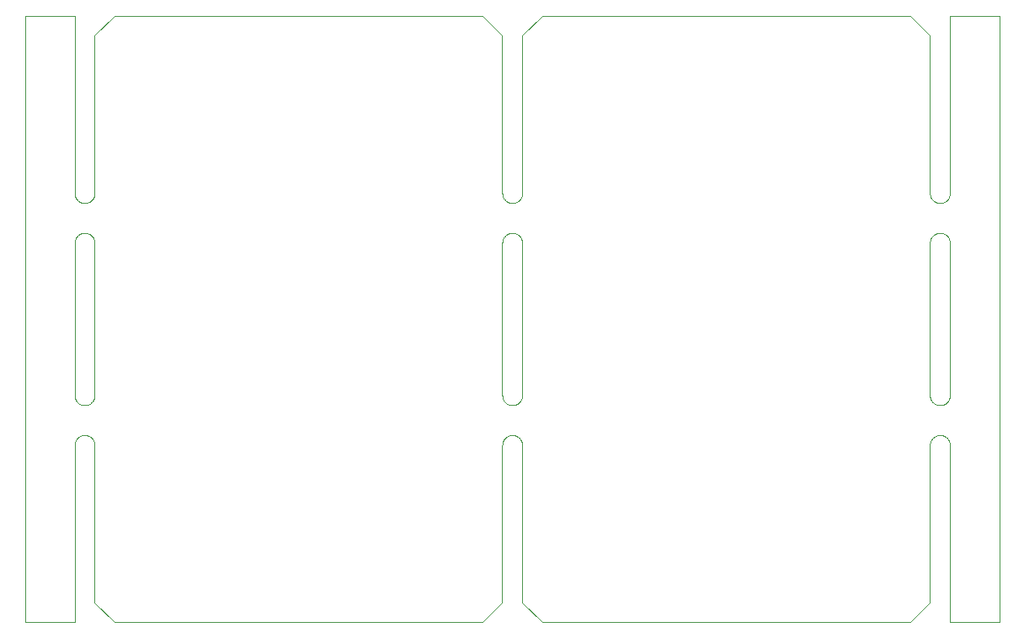
<source format=gbr>
%TF.GenerationSoftware,KiCad,Pcbnew,(6.0.5)*%
%TF.CreationDate,2022-06-07T03:25:40-04:00*%
%TF.ProjectId,NoU2-panelized,4e6f5532-2d70-4616-9e65-6c697a65642e,rev?*%
%TF.SameCoordinates,Original*%
%TF.FileFunction,Profile,NP*%
%FSLAX46Y46*%
G04 Gerber Fmt 4.6, Leading zero omitted, Abs format (unit mm)*
G04 Created by KiCad (PCBNEW (6.0.5)) date 2022-06-07 03:25:40*
%MOMM*%
%LPD*%
G01*
G04 APERTURE LIST*
%TA.AperFunction,Profile*%
%ADD10C,0.100000*%
%TD*%
G04 APERTURE END LIST*
D10*
X65000000Y-37823456D02*
X65000000Y-53176543D01*
X64599740Y-57361493D02*
X64638047Y-57391388D01*
X20844737Y-57177384D02*
X20892963Y-57171436D01*
X106481039Y-33692482D02*
X106439987Y-33666485D01*
X63481039Y-36974184D02*
X63523318Y-36950233D01*
X106749450Y-33803661D02*
X106702619Y-33790701D01*
X20116900Y-53643348D02*
X20095053Y-53599944D01*
X20702619Y-54124034D02*
X20656480Y-54108792D01*
X107297380Y-36875965D02*
X107343519Y-36891207D01*
X106566721Y-57261719D02*
X106611144Y-57242028D01*
X106941423Y-33832137D02*
X106892963Y-33828563D01*
X63166847Y-53726679D02*
X63140851Y-53685626D01*
X21674841Y-37089793D02*
X21710033Y-37123299D01*
X64957368Y-37535952D02*
X64970328Y-37582783D01*
X64995229Y-37726296D02*
X64998804Y-37774756D01*
X20566721Y-36928386D02*
X20611144Y-36908695D01*
X21883099Y-53643348D02*
X21859148Y-53685626D01*
X20611144Y-33757971D02*
X20566721Y-33738280D01*
X21775278Y-53804714D02*
X21743539Y-53841508D01*
X63029671Y-37582783D02*
X63042631Y-37535952D01*
X67000625Y-75999132D02*
X103987727Y-76000000D01*
X63004770Y-58059629D02*
X63010718Y-58011403D01*
X21980974Y-53369805D02*
X21970328Y-53417216D01*
X20000000Y-32843210D02*
X19999440Y-15006917D01*
X64904946Y-37400055D02*
X64924637Y-37444477D01*
X64743539Y-53841508D02*
X64710033Y-53876700D01*
X21775278Y-57528619D02*
X21805173Y-57566926D01*
X64957368Y-53464047D02*
X64942125Y-53510186D01*
X60987727Y-76000000D02*
X60999828Y-75998944D01*
X20892963Y-54161896D02*
X20844737Y-54155948D01*
X21775278Y-37195285D02*
X21805173Y-37233592D01*
X20116900Y-37356651D02*
X20140851Y-37314373D01*
X106844737Y-36844051D02*
X106892963Y-36838103D01*
X64805173Y-33433073D02*
X64775278Y-33471380D01*
X63010718Y-58011403D02*
X63019025Y-57963527D01*
X63001195Y-58108089D02*
X63004770Y-58059629D01*
X20325158Y-57423127D02*
X20361952Y-57391388D01*
X107833152Y-33393346D02*
X107805173Y-33433073D01*
X106010718Y-58011403D02*
X106019025Y-57963527D01*
X20844737Y-33822615D02*
X20796861Y-33814307D01*
X64924637Y-53555522D02*
X64904946Y-53599944D01*
X20611144Y-57242028D02*
X20656480Y-57224540D01*
X107859148Y-37314373D02*
X107883099Y-37356651D01*
X63095053Y-53599944D02*
X63075362Y-53555522D01*
X107998804Y-37774756D02*
X108000000Y-37823456D01*
X107805173Y-37233592D02*
X107833152Y-37273320D01*
X107599740Y-57361493D02*
X107638047Y-57391388D01*
X106019025Y-37630194D02*
X106029671Y-37582783D01*
X21970328Y-37582783D02*
X21980974Y-37630194D01*
X106140851Y-37314373D02*
X106166847Y-37273320D01*
X20361952Y-37058055D02*
X20400259Y-37028160D01*
X63941423Y-33832137D02*
X63892963Y-33828563D01*
X21833152Y-37273320D02*
X21859148Y-37314373D01*
X63844737Y-54155948D02*
X63796861Y-54147641D01*
X20029671Y-37582783D02*
X20042631Y-37535952D01*
X106796861Y-54147641D02*
X106749450Y-54136994D01*
X106095053Y-37400055D02*
X106116900Y-37356651D01*
X20010718Y-37678070D02*
X20019025Y-37630194D01*
X64924637Y-37444477D02*
X64942125Y-37489813D01*
X20057874Y-37489813D02*
X20075362Y-37444477D01*
X107989281Y-32988596D02*
X107980974Y-33036472D01*
X106140851Y-57647706D02*
X106166847Y-57606653D01*
X21058576Y-57167862D02*
X21107036Y-57171436D01*
X20075362Y-37444477D02*
X20095053Y-37400055D01*
X107904946Y-57733388D02*
X107924637Y-57777811D01*
X19987727Y-15000000D02*
X15012272Y-15000000D01*
X21833152Y-33393346D02*
X21805173Y-33433073D01*
X107297380Y-57209298D02*
X107343519Y-57224540D01*
X106481039Y-54025815D02*
X106439987Y-53999819D01*
X63289966Y-33543366D02*
X63256460Y-33508174D01*
X107995229Y-37726296D02*
X107998804Y-37774756D01*
X63042631Y-37535952D02*
X63057874Y-37489813D01*
X64859148Y-37314373D02*
X64883099Y-37356651D01*
X21203138Y-36852358D02*
X21250549Y-36863005D01*
X21883099Y-33310014D02*
X21859148Y-33352293D01*
X64009877Y-33833333D02*
X63941423Y-33832137D01*
X106990122Y-57166666D02*
X107058576Y-57167862D01*
X64433278Y-33738280D02*
X64388855Y-33757971D01*
X106166847Y-37273320D02*
X106194826Y-37233592D01*
X64805173Y-57566926D02*
X64833152Y-57606653D01*
X107297380Y-54124034D02*
X107250549Y-54136994D01*
X21560012Y-33666485D02*
X21518960Y-33692482D01*
X106256460Y-53841508D02*
X106224721Y-53804714D01*
X63116900Y-57689985D02*
X63140851Y-57647706D01*
X106256460Y-37158491D02*
X106289966Y-37123299D01*
X64388855Y-33757971D02*
X64343519Y-33775459D01*
X21904946Y-37400055D02*
X21924637Y-37444477D01*
X107970328Y-33083882D02*
X107957368Y-33130714D01*
X21476681Y-54049766D02*
X21433278Y-54071613D01*
X64107036Y-36838103D02*
X64155262Y-36844051D01*
X21970328Y-57916117D02*
X21980974Y-57963527D01*
X107775278Y-53804714D02*
X107743539Y-53841508D01*
X107155262Y-57177384D02*
X107203138Y-57185692D01*
X20400259Y-33638506D02*
X20361952Y-33608611D01*
X64904946Y-53599944D02*
X64883099Y-53643348D01*
X21957368Y-33130714D02*
X21942125Y-33176853D01*
X64674841Y-53910206D02*
X64638047Y-53941944D01*
X63439987Y-33666485D02*
X63400259Y-33638506D01*
X20004770Y-53273703D02*
X20001195Y-53225243D01*
X107518960Y-54025815D02*
X107476681Y-54049766D01*
X63019025Y-57963527D02*
X63029671Y-57916117D01*
X20566721Y-57261719D02*
X20611144Y-57242028D01*
X20042631Y-53464047D02*
X20029671Y-53417216D01*
X64995229Y-32940370D02*
X64989281Y-32988596D01*
X106075362Y-37444477D02*
X106095053Y-37400055D01*
X63990122Y-57166666D02*
X64058576Y-57167862D01*
X21743539Y-37158491D02*
X21775278Y-37195285D01*
X15012272Y-76000000D02*
X19987727Y-76000000D01*
X107743539Y-53841508D02*
X107710033Y-53876700D01*
X62999655Y-17002514D02*
X62997685Y-16998071D01*
X20042631Y-33130714D02*
X20029671Y-33083882D01*
X107560012Y-57333514D02*
X107599740Y-57361493D01*
X64674841Y-33576872D02*
X64638047Y-33608611D01*
X107638047Y-53941944D02*
X107599740Y-53971839D01*
X20749450Y-54136994D02*
X20702619Y-54124034D01*
X64518960Y-36974184D02*
X64560012Y-37000180D01*
X20439987Y-57333514D02*
X20481039Y-57307517D01*
X106000000Y-32843210D02*
X105999655Y-17002514D01*
X64058576Y-57167862D02*
X64107036Y-57171436D01*
X106095053Y-53599944D02*
X106075362Y-53555522D01*
X20892963Y-33828563D02*
X20844737Y-33822615D01*
X107710033Y-53876700D02*
X107674841Y-53910206D01*
X21343519Y-36891207D02*
X21388855Y-36908695D01*
X63004770Y-53273703D02*
X63001195Y-53225243D01*
X21674841Y-53910206D02*
X21638047Y-53941944D01*
X107599740Y-53971839D02*
X107560012Y-53999819D01*
X20075362Y-57777811D02*
X20095053Y-57733388D01*
X21203138Y-33814307D02*
X21155262Y-33822615D01*
X107998804Y-58108089D02*
X108000000Y-58156789D01*
X20749450Y-36863005D02*
X20796861Y-36852358D01*
X15000000Y-75987727D02*
X15000912Y-75993997D01*
X63000000Y-32843210D02*
X62999655Y-17002514D01*
X64518960Y-54025815D02*
X64476681Y-54049766D01*
X20166847Y-53726679D02*
X20140851Y-53685626D01*
X107980974Y-53369805D02*
X107970328Y-53417216D01*
X20000000Y-37823456D02*
X20001195Y-37774756D01*
X20481039Y-33692482D02*
X20439987Y-33666485D01*
X107388855Y-54091304D02*
X107343519Y-54108792D01*
X107989281Y-58011403D02*
X107995229Y-58059629D01*
X21710033Y-53876700D02*
X21674841Y-53910206D01*
X62991322Y-74008677D02*
X62997685Y-74001928D01*
X107957368Y-53464047D02*
X107942125Y-53510186D01*
X22000000Y-53176543D02*
X21998804Y-53225243D01*
X106844737Y-57177384D02*
X106892963Y-57171436D01*
X106523318Y-57283567D02*
X106566721Y-57261719D01*
X21904946Y-33266611D02*
X21883099Y-33310014D01*
X65008677Y-74008677D02*
X66991322Y-75991322D01*
X67000171Y-15001055D02*
X65008677Y-16991322D01*
X21942125Y-33176853D02*
X21924637Y-33222188D01*
X63749450Y-54136994D02*
X63702619Y-54124034D01*
X21638047Y-57391388D02*
X21674841Y-57423127D01*
X63095053Y-33266611D02*
X63075362Y-33222188D01*
X21989281Y-58011403D02*
X21995229Y-58059629D01*
X107998804Y-32891910D02*
X107995229Y-32940370D01*
X106289966Y-37123299D02*
X106325158Y-37089793D01*
X106702619Y-36875965D02*
X106749450Y-36863005D01*
X19987727Y-76000000D02*
X19994874Y-75998646D01*
X21980974Y-57963527D02*
X21989281Y-58011403D01*
X107859148Y-33352293D02*
X107833152Y-33393346D01*
X64970328Y-57916117D02*
X64980974Y-57963527D01*
X106001195Y-53225243D02*
X106000000Y-53176543D01*
X20361952Y-53941944D02*
X20325158Y-53910206D01*
X113000000Y-15012272D02*
X112999087Y-15006002D01*
X65000000Y-32843210D02*
X64998804Y-32891910D01*
X20656480Y-36891207D02*
X20702619Y-36875965D01*
X64250549Y-36863005D02*
X64297380Y-36875965D01*
X107343519Y-54108792D02*
X107297380Y-54124034D01*
X63289966Y-57456633D02*
X63325158Y-57423127D01*
X21155262Y-57177384D02*
X21203138Y-57185692D01*
X105999655Y-73997485D02*
X106000000Y-58156789D01*
X63019025Y-53369805D02*
X63010718Y-53321929D01*
X64995229Y-58059629D02*
X64998804Y-58108089D01*
X21998804Y-32891910D02*
X21995229Y-32940370D01*
X21433278Y-57261719D02*
X21476681Y-57283567D01*
X106481039Y-36974184D02*
X106523318Y-36950233D01*
X20042631Y-37535952D02*
X20057874Y-37489813D01*
X21957368Y-57869285D02*
X21970328Y-57916117D01*
X15006917Y-15000559D02*
X15003159Y-15002811D01*
X21942125Y-53510186D02*
X21924637Y-53555522D01*
X106001195Y-37774756D02*
X106004770Y-37726296D01*
X66991322Y-75991322D02*
X67000625Y-75999132D01*
X20439987Y-33666485D02*
X20400259Y-33638506D01*
X64710033Y-57456633D02*
X64743539Y-57491825D01*
X106702619Y-57209298D02*
X106749450Y-57196338D01*
X21638047Y-33608611D02*
X21599740Y-33638506D01*
X107710033Y-33543366D02*
X107674841Y-33576872D01*
X20000000Y-53176543D02*
X20000000Y-37823456D01*
X107250549Y-33803661D02*
X107203138Y-33814307D01*
X20844737Y-54155948D02*
X20796861Y-54147641D01*
X64560012Y-57333514D02*
X64599740Y-57361493D01*
X107009877Y-36833333D02*
X107058576Y-36834528D01*
X21518960Y-33692482D02*
X21476681Y-33716432D01*
X64743539Y-37158491D02*
X64775278Y-37195285D01*
X107743539Y-57491825D02*
X107775278Y-57528619D01*
X63361952Y-33608611D02*
X63325158Y-33576872D01*
X107433278Y-36928386D02*
X107476681Y-36950233D01*
X108012272Y-76000000D02*
X112987727Y-76000000D01*
X64989281Y-58011403D02*
X64995229Y-58059629D01*
X21970328Y-33083882D02*
X21957368Y-33130714D01*
X106140851Y-53685626D02*
X106116900Y-53643348D01*
X107674841Y-57423127D02*
X107710033Y-57456633D01*
X64970328Y-33083882D02*
X64957368Y-33130714D01*
X64518960Y-33692482D02*
X64476681Y-33716432D01*
X106001195Y-58108089D02*
X106004770Y-58059629D01*
X106439987Y-57333514D02*
X106481039Y-57307517D01*
X20095053Y-33266611D02*
X20075362Y-33222188D01*
X63029671Y-57916117D02*
X63042631Y-57869285D01*
X107155262Y-54155948D02*
X107107036Y-54161896D01*
X20001195Y-53225243D02*
X20000000Y-53176543D01*
X107980974Y-37630194D02*
X107989281Y-37678070D01*
X107833152Y-53726679D02*
X107805173Y-53766407D01*
X64388855Y-36908695D02*
X64433278Y-36928386D01*
X106289966Y-57456633D02*
X106325158Y-57423127D01*
X20010718Y-58011403D02*
X20019025Y-57963527D01*
X64250549Y-33803661D02*
X64203138Y-33814307D01*
X108012272Y-15000000D02*
X108005125Y-15001353D01*
X20224721Y-53804714D02*
X20194826Y-53766407D01*
X64518960Y-57307517D02*
X64560012Y-57333514D01*
X20941423Y-57167862D02*
X20990122Y-57166666D01*
X20194826Y-53766407D02*
X20166847Y-53726679D01*
X64250549Y-57196338D02*
X64297380Y-57209298D01*
X64942125Y-37489813D02*
X64957368Y-37535952D01*
X20000000Y-58156789D02*
X20001195Y-58108089D01*
X63140851Y-37314373D02*
X63166847Y-37273320D01*
X63656480Y-33775459D02*
X63611144Y-33757971D01*
X64343519Y-54108792D02*
X64297380Y-54124034D01*
X20116900Y-33310014D02*
X20095053Y-33266611D01*
X106702619Y-33790701D02*
X106656480Y-33775459D01*
X63481039Y-33692482D02*
X63439987Y-33666485D01*
X22000000Y-37823456D02*
X22000000Y-53176543D01*
X106702619Y-54124034D02*
X106656480Y-54108792D01*
X106400259Y-33638506D02*
X106361952Y-33608611D01*
X107250549Y-54136994D02*
X107203138Y-54147641D01*
X21904946Y-53599944D02*
X21883099Y-53643348D01*
X20010718Y-32988596D02*
X20004770Y-32940370D01*
X107995229Y-53273703D02*
X107989281Y-53321929D01*
X21107036Y-33828563D02*
X21058576Y-33832137D01*
X63000000Y-58156789D02*
X63001195Y-58108089D01*
X21155262Y-54155948D02*
X21107036Y-54161896D01*
X112999087Y-15006002D02*
X112995295Y-15001605D01*
X107518960Y-57307517D02*
X107560012Y-57333514D01*
X106566721Y-33738280D02*
X106523318Y-33716432D01*
X65000344Y-17002514D02*
X65000000Y-32843210D01*
X103987727Y-76000000D02*
X103999828Y-75998944D01*
X63400259Y-53971839D02*
X63361952Y-53941944D01*
X106116900Y-37356651D02*
X106140851Y-37314373D01*
X107560012Y-33666485D02*
X107518960Y-33692482D01*
X21388855Y-57242028D02*
X21433278Y-57261719D01*
X63004770Y-37726296D02*
X63010718Y-37678070D01*
X63224721Y-57528619D02*
X63256460Y-57491825D01*
X20029671Y-53417216D02*
X20019025Y-53369805D01*
X106019025Y-53369805D02*
X106010718Y-53321929D01*
X106166847Y-33393346D02*
X106140851Y-33352293D01*
X20166847Y-57606653D02*
X20194826Y-57566926D01*
X63796861Y-33814307D02*
X63749450Y-33803661D01*
X63611144Y-33757971D02*
X63566721Y-33738280D01*
X63057874Y-57823146D02*
X63075362Y-57777811D01*
X107775278Y-57528619D02*
X107805173Y-57566926D01*
X20361952Y-57391388D02*
X20400259Y-57361493D01*
X64989281Y-53321929D02*
X64980974Y-53369805D01*
X106844737Y-33822615D02*
X106796861Y-33814307D01*
X64998804Y-32891910D02*
X64995229Y-32940370D01*
X63194826Y-53766407D02*
X63166847Y-53726679D01*
X20256460Y-57491825D02*
X20289966Y-57456633D01*
X63042631Y-33130714D02*
X63029671Y-33083882D01*
X20224721Y-37195285D02*
X20256460Y-37158491D01*
X19994874Y-75998646D02*
X19999440Y-75993082D01*
X64743539Y-33508174D02*
X64710033Y-33543366D01*
X21904946Y-57733388D02*
X21924637Y-57777811D01*
X20400259Y-53971839D02*
X20361952Y-53941944D01*
X112987727Y-76000000D02*
X112993997Y-75999087D01*
X21250549Y-36863005D02*
X21297380Y-36875965D01*
X21433278Y-54071613D02*
X21388855Y-54091304D01*
X106042631Y-33130714D02*
X106029671Y-33083882D01*
X106166847Y-57606653D02*
X106194826Y-57566926D01*
X106611144Y-33757971D02*
X106566721Y-33738280D01*
X20702619Y-33790701D02*
X20656480Y-33775459D01*
X65000000Y-58156789D02*
X65000344Y-73997485D01*
X63749450Y-33803661D02*
X63702619Y-33790701D01*
X64833152Y-37273320D02*
X64859148Y-37314373D01*
X15004704Y-75998394D02*
X15012272Y-76000000D01*
X15003159Y-15002811D02*
X15000559Y-15006917D01*
X20029671Y-57916117D02*
X20042631Y-57869285D01*
X20029671Y-33083882D02*
X20019025Y-33036472D01*
X106439987Y-33666485D02*
X106400259Y-33638506D01*
X63566721Y-36928386D02*
X63611144Y-36908695D01*
X107904946Y-33266611D02*
X107883099Y-33310014D01*
X64203138Y-54147641D02*
X64155262Y-54155948D01*
X20566721Y-33738280D02*
X20523318Y-33716432D01*
X63166847Y-37273320D02*
X63194826Y-37233592D01*
X107560012Y-37000180D02*
X107599740Y-37028160D01*
X63010718Y-32988596D02*
X63004770Y-32940370D01*
X20289966Y-57456633D02*
X20325158Y-57423127D01*
X107883099Y-33310014D02*
X107859148Y-33352293D01*
X21107036Y-57171436D02*
X21155262Y-57177384D01*
X64250549Y-54136994D02*
X64203138Y-54147641D01*
X64989281Y-32988596D02*
X64980974Y-33036472D01*
X64476681Y-36950233D02*
X64518960Y-36974184D01*
X106194826Y-53766407D02*
X106166847Y-53726679D01*
X106656480Y-36891207D02*
X106702619Y-36875965D01*
X21107036Y-36838103D02*
X21155262Y-36844051D01*
X63001195Y-32891910D02*
X63000000Y-32843210D01*
X20095053Y-53599944D02*
X20075362Y-53555522D01*
X20796861Y-57185692D02*
X20844737Y-57177384D01*
X107942125Y-53510186D02*
X107924637Y-53555522D01*
X21674841Y-57423127D02*
X21710033Y-57456633D01*
X20256460Y-53841508D02*
X20224721Y-53804714D01*
X20140851Y-57647706D02*
X20166847Y-57606653D01*
X106325158Y-33576872D02*
X106289966Y-33543366D01*
X64058576Y-36834528D02*
X64107036Y-36838103D01*
X64599740Y-53971839D02*
X64560012Y-53999819D01*
X15000559Y-15006917D02*
X15000003Y-15012027D01*
X21942125Y-37489813D02*
X21957368Y-37535952D01*
X63256460Y-33508174D02*
X63224721Y-33471380D01*
X106749450Y-57196338D02*
X106796861Y-57185692D01*
X107560012Y-53999819D02*
X107518960Y-54025815D01*
X64942125Y-53510186D02*
X64924637Y-53555522D01*
X107998804Y-53225243D02*
X107995229Y-53273703D01*
X20566721Y-54071613D02*
X20523318Y-54049766D01*
X21775278Y-33471380D02*
X21743539Y-33508174D01*
X106749450Y-36863005D02*
X106796861Y-36852358D01*
X106057874Y-57823146D02*
X106075362Y-57777811D01*
X64343519Y-33775459D02*
X64297380Y-33790701D01*
X64599740Y-33638506D02*
X64560012Y-33666485D01*
X21476681Y-57283567D02*
X21518960Y-57307517D01*
X20523318Y-33716432D02*
X20481039Y-33692482D01*
X63611144Y-36908695D02*
X63656480Y-36891207D01*
X21009877Y-36833333D02*
X21058576Y-36834528D01*
X63019025Y-33036472D02*
X63010718Y-32988596D01*
X106010718Y-53321929D02*
X106004770Y-53273703D01*
X106140851Y-33352293D02*
X106116900Y-33310014D01*
X113000000Y-75987727D02*
X113000000Y-15012272D01*
X107995229Y-58059629D02*
X107998804Y-58108089D01*
X21343519Y-57224540D02*
X21388855Y-57242028D01*
X107476681Y-57283567D02*
X107518960Y-57307517D01*
X21297380Y-54124034D02*
X21250549Y-54136994D01*
X108005125Y-15001353D02*
X108000559Y-15006917D01*
X63749450Y-57196338D02*
X63796861Y-57185692D01*
X63057874Y-37489813D02*
X63075362Y-37444477D01*
X63224721Y-37195285D02*
X63256460Y-37158491D01*
X64107036Y-57171436D02*
X64155262Y-57177384D01*
X64859148Y-53685626D02*
X64833152Y-53726679D01*
X106224721Y-33471380D02*
X106194826Y-33433073D01*
X21710033Y-33543366D02*
X21674841Y-33576872D01*
X64805173Y-53766407D02*
X64775278Y-53804714D01*
X21924637Y-57777811D02*
X21942125Y-57823146D01*
X63844737Y-57177384D02*
X63892963Y-57171436D01*
X107970328Y-53417216D02*
X107957368Y-53464047D01*
X20075362Y-33222188D02*
X20057874Y-33176853D01*
X15012272Y-15000000D02*
X15006917Y-15000559D01*
X64560012Y-53999819D02*
X64518960Y-54025815D01*
X106400259Y-37028160D02*
X106439987Y-37000180D01*
X107155262Y-36844051D02*
X107203138Y-36852358D01*
X21250549Y-54136994D02*
X21203138Y-54147641D01*
X64433278Y-57261719D02*
X64476681Y-57283567D01*
X63702619Y-33790701D02*
X63656480Y-33775459D01*
X107805173Y-57566926D02*
X107833152Y-57606653D01*
X20194826Y-57566926D02*
X20224721Y-57528619D01*
X65002314Y-16998071D02*
X65000344Y-17002514D01*
X106029671Y-33083882D02*
X106019025Y-33036472D01*
X64833152Y-57606653D02*
X64859148Y-57647706D01*
X63075362Y-37444477D02*
X63095053Y-37400055D01*
X20075362Y-53555522D02*
X20057874Y-53510186D01*
X21476681Y-33716432D02*
X21433278Y-33738280D01*
X20289966Y-37123299D02*
X20325158Y-37089793D01*
X106400259Y-53971839D02*
X106361952Y-53941944D01*
X107476681Y-36950233D02*
X107518960Y-36974184D01*
X21433278Y-33738280D02*
X21388855Y-33757971D01*
X63844737Y-33822615D02*
X63796861Y-33814307D01*
X106116900Y-53643348D02*
X106095053Y-53599944D01*
X20289966Y-33543366D02*
X20256460Y-33508174D01*
X63224721Y-33471380D02*
X63194826Y-33433073D01*
X106439987Y-53999819D02*
X106400259Y-53971839D01*
X21710033Y-57456633D02*
X21743539Y-57491825D01*
X22000000Y-58156789D02*
X22000344Y-73997485D01*
X20004770Y-32940370D02*
X20001195Y-32891910D01*
X22000344Y-73997485D02*
X22002314Y-74001928D01*
X20057874Y-53510186D02*
X20042631Y-53464047D01*
X64995229Y-53273703D02*
X64989281Y-53321929D01*
X20481039Y-36974184D02*
X20523318Y-36950233D01*
X64775278Y-33471380D02*
X64743539Y-33508174D01*
X106075362Y-57777811D02*
X106095053Y-57733388D01*
X106057874Y-33176853D02*
X106042631Y-33130714D01*
X106116900Y-57689985D02*
X106140851Y-57647706D01*
X64710033Y-33543366D02*
X64674841Y-33576872D01*
X21989281Y-37678070D02*
X21995229Y-37726296D01*
X63140851Y-53685626D02*
X63116900Y-53643348D01*
X106361952Y-53941944D02*
X106325158Y-53910206D01*
X21859148Y-33352293D02*
X21833152Y-33393346D01*
X106042631Y-53464047D02*
X106029671Y-53417216D01*
X106057874Y-53510186D02*
X106042631Y-53464047D01*
X64203138Y-36852358D02*
X64250549Y-36863005D01*
X106523318Y-33716432D02*
X106481039Y-33692482D01*
X106325158Y-53910206D02*
X106289966Y-53876700D01*
X63075362Y-53555522D02*
X63057874Y-53510186D01*
X64203138Y-57185692D02*
X64250549Y-57196338D01*
X63057874Y-53510186D02*
X63042631Y-53464047D01*
X64883099Y-53643348D02*
X64859148Y-53685626D01*
X106000000Y-58156789D02*
X106001195Y-58108089D01*
X112998394Y-75995295D02*
X113000000Y-75987727D01*
X107805173Y-33433073D02*
X107775278Y-33471380D01*
X107203138Y-36852358D02*
X107250549Y-36863005D01*
X21924637Y-37444477D02*
X21942125Y-37489813D01*
X106004770Y-58059629D02*
X106010718Y-58011403D01*
X63325158Y-37089793D02*
X63361952Y-37058055D01*
X20611144Y-36908695D02*
X20656480Y-36891207D01*
X107203138Y-54147641D02*
X107155262Y-54155948D01*
X63361952Y-57391388D02*
X63400259Y-57361493D01*
X21343519Y-54108792D02*
X21297380Y-54124034D01*
X107904946Y-53599944D02*
X107883099Y-53643348D01*
X106256460Y-33508174D02*
X106224721Y-33471380D01*
X20892963Y-36838103D02*
X20941423Y-36834528D01*
X64980974Y-57963527D02*
X64989281Y-58011403D01*
X20166847Y-37273320D02*
X20194826Y-37233592D01*
X20256460Y-33508174D02*
X20224721Y-33471380D01*
X107833152Y-57606653D02*
X107859148Y-57647706D01*
X63116900Y-37356651D02*
X63140851Y-37314373D01*
X20749450Y-57196338D02*
X20796861Y-57185692D01*
X20702619Y-57209298D02*
X20749450Y-57196338D01*
X106941423Y-36834528D02*
X107009877Y-36833333D01*
X64560012Y-33666485D02*
X64518960Y-33692482D01*
X106075362Y-53555522D02*
X106057874Y-53510186D01*
X63702619Y-54124034D02*
X63656480Y-54108792D01*
X107638047Y-57391388D02*
X107674841Y-57423127D01*
X64883099Y-37356651D02*
X64904946Y-37400055D01*
X20439987Y-37000180D02*
X20481039Y-36974184D01*
X64155262Y-36844051D02*
X64203138Y-36852358D01*
X22000000Y-32843210D02*
X21998804Y-32891910D01*
X21989281Y-32988596D02*
X21980974Y-33036472D01*
X64674841Y-37089793D02*
X64710033Y-37123299D01*
X21970328Y-53417216D02*
X21957368Y-53464047D01*
X63140851Y-57647706D02*
X63166847Y-57606653D01*
X64710033Y-53876700D02*
X64674841Y-53910206D01*
X21638047Y-53941944D02*
X21599740Y-53971839D01*
X64989281Y-37678070D02*
X64995229Y-37726296D01*
X21638047Y-37058055D02*
X21674841Y-37089793D01*
X62999655Y-73997485D02*
X63000000Y-58156789D01*
X106656480Y-33775459D02*
X106611144Y-33757971D01*
X21998804Y-58108089D02*
X22000000Y-58156789D01*
X20481039Y-57307517D02*
X20523318Y-57283567D01*
X64970328Y-37582783D02*
X64980974Y-37630194D01*
X63116900Y-53643348D02*
X63095053Y-53599944D01*
X107674841Y-33576872D02*
X107638047Y-33608611D01*
X107924637Y-53555522D02*
X107904946Y-53599944D01*
X21203138Y-57185692D02*
X21250549Y-57196338D01*
X63611144Y-54091304D02*
X63566721Y-54071613D01*
X20289966Y-53876700D02*
X20256460Y-53841508D01*
X20140851Y-33352293D02*
X20116900Y-33310014D01*
X62997685Y-74001928D02*
X62999655Y-73997485D01*
X64957368Y-33130714D02*
X64942125Y-33176853D01*
X107058576Y-57167862D02*
X107107036Y-57171436D01*
X21518960Y-54025815D02*
X21476681Y-54049766D01*
X21203138Y-54147641D02*
X21155262Y-54155948D01*
X106611144Y-36908695D02*
X106656480Y-36891207D01*
X107859148Y-57647706D02*
X107883099Y-57689985D01*
X64775278Y-53804714D02*
X64743539Y-53841508D01*
X64998804Y-53225243D02*
X64995229Y-53273703D01*
X106361952Y-57391388D02*
X106400259Y-57361493D01*
X107970328Y-57916117D02*
X107980974Y-57963527D01*
X63166847Y-57606653D02*
X63194826Y-57566926D01*
X63000000Y-37823456D02*
X63001195Y-37774756D01*
X63289966Y-37123299D02*
X63325158Y-37089793D01*
X24002032Y-75999559D02*
X60987727Y-76000000D01*
X63481039Y-57307517D02*
X63523318Y-57283567D01*
X63566721Y-54071613D02*
X63523318Y-54049766D01*
X105991322Y-16991322D02*
X104008677Y-15008677D01*
X108000000Y-32843210D02*
X107998804Y-32891910D01*
X107859148Y-53685626D02*
X107833152Y-53726679D01*
X20481039Y-54025815D02*
X20439987Y-53999819D01*
X21297380Y-57209298D02*
X21343519Y-57224540D01*
X21388855Y-54091304D02*
X21343519Y-54108792D01*
X67012272Y-15000000D02*
X67000171Y-15001055D01*
X20194826Y-33433073D02*
X20166847Y-33393346D01*
X107989281Y-37678070D02*
X107995229Y-37726296D01*
X106844737Y-54155948D02*
X106796861Y-54147641D01*
X107343519Y-33775459D02*
X107297380Y-33790701D01*
X65008677Y-16991322D02*
X65002314Y-16998071D01*
X106892963Y-57171436D02*
X106941423Y-57167862D01*
X106194826Y-37233592D02*
X106224721Y-37195285D01*
X107942125Y-37489813D02*
X107957368Y-37535952D01*
X63095053Y-37400055D02*
X63116900Y-37356651D01*
X107433278Y-57261719D02*
X107476681Y-57283567D01*
X20224721Y-33471380D02*
X20194826Y-33433073D01*
X107989281Y-53321929D02*
X107980974Y-53369805D01*
X62991322Y-16991322D02*
X61008677Y-15008677D01*
X64998804Y-37774756D02*
X65000000Y-37823456D01*
X63001195Y-37774756D02*
X63004770Y-37726296D01*
X21388855Y-33757971D02*
X21343519Y-33775459D01*
X106523318Y-36950233D02*
X106566721Y-36928386D01*
X105999655Y-17002514D02*
X105997685Y-16998071D01*
X64638047Y-57391388D02*
X64674841Y-57423127D01*
X64883099Y-33310014D02*
X64859148Y-33352293D01*
X20941423Y-36834528D02*
X21009877Y-36833333D01*
X108005125Y-75998646D02*
X108012272Y-76000000D01*
X64924637Y-57777811D02*
X64942125Y-57823146D01*
X112995295Y-15001605D02*
X112987727Y-15000000D01*
X106892963Y-36838103D02*
X106941423Y-36834528D01*
X21980974Y-33036472D02*
X21970328Y-33083882D01*
X21743539Y-57491825D02*
X21775278Y-57528619D01*
X103999828Y-75998944D02*
X105991322Y-74008677D01*
X107805173Y-53766407D02*
X107775278Y-53804714D01*
X65000000Y-53176543D02*
X64998804Y-53225243D01*
X106095053Y-57733388D02*
X106116900Y-57689985D01*
X21743539Y-33508174D02*
X21710033Y-33543366D01*
X112993997Y-75999087D02*
X112998394Y-75995295D01*
X107833152Y-37273320D02*
X107859148Y-37314373D01*
X63796861Y-36852358D02*
X63844737Y-36844051D01*
X21560012Y-37000180D02*
X21599740Y-37028160D01*
X21343519Y-33775459D02*
X21297380Y-33790701D01*
X105997685Y-74001928D02*
X105999655Y-73997485D01*
X107599740Y-37028160D02*
X107638047Y-37058055D01*
X107883099Y-53643348D02*
X107859148Y-53685626D01*
X107388855Y-36908695D02*
X107433278Y-36928386D01*
X107775278Y-37195285D02*
X107805173Y-37233592D01*
X21995229Y-37726296D02*
X21998804Y-37774756D01*
X20325158Y-53910206D02*
X20289966Y-53876700D01*
X107433278Y-54071613D02*
X107388855Y-54091304D01*
X64343519Y-57224540D02*
X64388855Y-57242028D01*
X107476681Y-33716432D02*
X107433278Y-33738280D01*
X107995229Y-32940370D02*
X107989281Y-32988596D01*
X106116900Y-33310014D02*
X106095053Y-33266611D01*
X63289966Y-53876700D02*
X63256460Y-53841508D01*
X64476681Y-54049766D02*
X64433278Y-54071613D01*
X106439987Y-37000180D02*
X106481039Y-36974184D01*
X64710033Y-37123299D02*
X64743539Y-37158491D01*
X63194826Y-57566926D02*
X63224721Y-57528619D01*
X21518960Y-57307517D02*
X21560012Y-57333514D01*
X105997685Y-16998071D02*
X105991322Y-16991322D01*
X63325158Y-57423127D02*
X63361952Y-57391388D01*
X21805173Y-37233592D02*
X21833152Y-37273320D01*
X20019025Y-53369805D02*
X20010718Y-53321929D01*
X63941423Y-57167862D02*
X63990122Y-57166666D01*
X108000000Y-37823456D02*
X108000000Y-53176543D01*
X63892963Y-33828563D02*
X63844737Y-33822615D01*
X106941423Y-54165471D02*
X106892963Y-54161896D01*
X63042631Y-53464047D02*
X63029671Y-53417216D01*
X19999440Y-15006917D02*
X19994874Y-15001353D01*
X64970328Y-53417216D02*
X64957368Y-53464047D01*
X64433278Y-36928386D02*
X64476681Y-36950233D01*
X21989281Y-53321929D02*
X21980974Y-53369805D01*
X64388855Y-57242028D02*
X64433278Y-57261719D01*
X107904946Y-37400055D02*
X107924637Y-37444477D01*
X107924637Y-37444477D02*
X107942125Y-37489813D01*
X20656480Y-33775459D02*
X20611144Y-33757971D01*
X64957368Y-57869285D02*
X64970328Y-57916117D01*
X107970328Y-37582783D02*
X107980974Y-37630194D01*
X64476681Y-57283567D02*
X64518960Y-57307517D01*
X106029671Y-53417216D02*
X106019025Y-53369805D01*
X64859148Y-57647706D02*
X64883099Y-57689985D01*
X106941423Y-57167862D02*
X106990122Y-57166666D01*
X20941423Y-33832137D02*
X20892963Y-33828563D01*
X107924637Y-33222188D02*
X107904946Y-33266611D01*
X20001195Y-58108089D02*
X20004770Y-58059629D01*
X64433278Y-54071613D02*
X64388855Y-54091304D01*
X106289966Y-53876700D02*
X106256460Y-53841508D01*
X107743539Y-33508174D02*
X107710033Y-33543366D01*
X20749450Y-33803661D02*
X20702619Y-33790701D01*
X20116900Y-57689985D02*
X20140851Y-57647706D01*
X107476681Y-54049766D02*
X107433278Y-54071613D01*
X20057874Y-57823146D02*
X20075362Y-57777811D01*
X63656480Y-36891207D02*
X63702619Y-36875965D01*
X21250549Y-57196338D02*
X21297380Y-57209298D01*
X63256460Y-37158491D02*
X63289966Y-37123299D01*
X104008677Y-15008677D02*
X103997967Y-15000440D01*
X63001195Y-53225243D02*
X63000000Y-53176543D01*
X107388855Y-33757971D02*
X107343519Y-33775459D01*
X107674841Y-37089793D02*
X107710033Y-37123299D01*
X21998804Y-53225243D02*
X21995229Y-53273703D01*
X63400259Y-37028160D02*
X63439987Y-37000180D01*
X107250549Y-57196338D02*
X107297380Y-57209298D01*
X63702619Y-57209298D02*
X63749450Y-57196338D01*
X20095053Y-57733388D02*
X20116900Y-57689985D01*
X63004770Y-32940370D02*
X63001195Y-32891910D01*
X63892963Y-36838103D02*
X63941423Y-36834528D01*
X63019025Y-37630194D02*
X63029671Y-37582783D01*
X63796861Y-57185692D02*
X63844737Y-57177384D01*
X107957368Y-57869285D02*
X107970328Y-57916117D01*
X106194826Y-57566926D02*
X106224721Y-57528619D01*
X64638047Y-33608611D02*
X64599740Y-33638506D01*
X108000000Y-58156789D02*
X108000559Y-75993082D01*
X20001195Y-32891910D02*
X20000000Y-32843210D01*
X21859148Y-57647706D02*
X21883099Y-57689985D01*
X106361952Y-37058055D02*
X106400259Y-37028160D01*
X21924637Y-53555522D02*
X21904946Y-53599944D01*
X107883099Y-37356651D02*
X107904946Y-37400055D01*
X106095053Y-33266611D02*
X106075362Y-33222188D01*
X21155262Y-36844051D02*
X21203138Y-36852358D01*
X21155262Y-33822615D02*
X21107036Y-33828563D01*
X63749450Y-36863005D02*
X63796861Y-36852358D01*
X64058576Y-54165471D02*
X63990122Y-54166666D01*
X20361952Y-33608611D02*
X20325158Y-33576872D01*
X107957368Y-37535952D02*
X107970328Y-37582783D01*
X60999374Y-15000867D02*
X24012272Y-15000000D01*
X22008677Y-16991322D02*
X22002314Y-16998071D01*
X63140851Y-33352293D02*
X63116900Y-33310014D01*
X21957368Y-37535952D02*
X21970328Y-37582783D01*
X21560012Y-53999819D02*
X21518960Y-54025815D01*
X20523318Y-54049766D02*
X20481039Y-54025815D01*
X64904946Y-33266611D02*
X64883099Y-33310014D01*
X20611144Y-54091304D02*
X20566721Y-54071613D01*
X20439987Y-53999819D02*
X20400259Y-53971839D01*
X108000559Y-75993082D02*
X108005125Y-75998646D01*
X63566721Y-33738280D02*
X63523318Y-33716432D01*
X21833152Y-57606653D02*
X21859148Y-57647706D01*
X63990122Y-54166666D02*
X63941423Y-54165471D01*
X64476681Y-33716432D02*
X64433278Y-33738280D01*
X107980974Y-57963527D02*
X107989281Y-58011403D01*
X107388855Y-57242028D02*
X107433278Y-57261719D01*
X106523318Y-54049766D02*
X106481039Y-54025815D01*
X20166847Y-33393346D02*
X20140851Y-33352293D01*
X64638047Y-37058055D02*
X64674841Y-37089793D01*
X20400259Y-37028160D02*
X20439987Y-37000180D01*
X20019025Y-33036472D02*
X20010718Y-32988596D01*
X20523318Y-36950233D02*
X20566721Y-36928386D01*
X64297380Y-57209298D02*
X64343519Y-57224540D01*
X20400259Y-57361493D02*
X20439987Y-57333514D01*
X63256460Y-57491825D02*
X63289966Y-57456633D01*
X65000344Y-73997485D02*
X65002314Y-74001928D01*
X20990122Y-57166666D02*
X21058576Y-57167862D01*
X63010718Y-53321929D02*
X63004770Y-53273703D01*
X21388855Y-36908695D02*
X21433278Y-36928386D01*
X21518960Y-36974184D02*
X21560012Y-37000180D01*
X107743539Y-37158491D02*
X107775278Y-37195285D01*
X64980974Y-37630194D02*
X64989281Y-37678070D01*
X63400259Y-57361493D02*
X63439987Y-57333514D01*
X106004770Y-37726296D02*
X106010718Y-37678070D01*
X22000344Y-17002514D02*
X22000000Y-32843210D01*
X63194826Y-33433073D02*
X63166847Y-33393346D01*
X21995229Y-32940370D02*
X21989281Y-32988596D01*
X107107036Y-54161896D02*
X107058576Y-54165471D01*
X106004770Y-32940370D02*
X106001195Y-32891910D01*
X107203138Y-33814307D02*
X107155262Y-33822615D01*
X106892963Y-33828563D02*
X106844737Y-33822615D01*
X106010718Y-32988596D02*
X106004770Y-32940370D01*
X63796861Y-54147641D02*
X63749450Y-54136994D01*
X63256460Y-53841508D02*
X63224721Y-53804714D01*
X106042631Y-57869285D02*
X106057874Y-57823146D01*
X106001195Y-32891910D02*
X106000000Y-32843210D01*
X20019025Y-57963527D02*
X20029671Y-57916117D01*
X107883099Y-57689985D02*
X107904946Y-57733388D01*
X106010718Y-37678070D02*
X106019025Y-37630194D01*
X106325158Y-37089793D02*
X106361952Y-37058055D01*
X64775278Y-57528619D02*
X64805173Y-57566926D01*
X64674841Y-57423127D02*
X64710033Y-57456633D01*
X64155262Y-57177384D02*
X64203138Y-57185692D01*
X106892963Y-54161896D02*
X106844737Y-54155948D01*
X106400259Y-57361493D02*
X106439987Y-57333514D01*
X64980974Y-53369805D02*
X64970328Y-53417216D01*
X21058576Y-33832137D02*
X21009877Y-33833333D01*
X64009877Y-36833333D02*
X64058576Y-36834528D01*
X21995229Y-58059629D02*
X21998804Y-58108089D01*
X64743539Y-57491825D02*
X64775278Y-57528619D01*
X63166847Y-33393346D02*
X63140851Y-33352293D01*
X107957368Y-33130714D02*
X107942125Y-33176853D01*
X64297380Y-33790701D02*
X64250549Y-33803661D01*
X106029671Y-57916117D02*
X106042631Y-57869285D01*
X20194826Y-37233592D02*
X20224721Y-37195285D01*
X21743539Y-53841508D02*
X21710033Y-53876700D01*
X63941423Y-54165471D02*
X63892963Y-54161896D01*
X65002314Y-74001928D02*
X65008677Y-74008677D01*
X20796861Y-54147641D02*
X20749450Y-54136994D01*
X22002314Y-74001928D02*
X22008677Y-74008677D01*
X21805173Y-57566926D02*
X21833152Y-57606653D01*
X24000171Y-15001055D02*
X22008677Y-16991322D01*
X20004770Y-37726296D02*
X20010718Y-37678070D01*
X64638047Y-53941944D02*
X64599740Y-53971839D01*
X107518960Y-33692482D02*
X107476681Y-33716432D01*
X64805173Y-37233592D02*
X64833152Y-37273320D01*
X107058576Y-54165471D02*
X106990122Y-54166666D01*
X20004770Y-58059629D02*
X20010718Y-58011403D01*
X63361952Y-37058055D02*
X63400259Y-37028160D01*
X106166847Y-53726679D02*
X106140851Y-53685626D01*
X107638047Y-33608611D02*
X107599740Y-33638506D01*
X63941423Y-36834528D02*
X64009877Y-36833333D01*
X63057874Y-33176853D02*
X63042631Y-33130714D01*
X20844737Y-36844051D02*
X20892963Y-36838103D01*
X63523318Y-36950233D02*
X63566721Y-36928386D01*
X106019025Y-33036472D02*
X106010718Y-32988596D01*
X64859148Y-33352293D02*
X64833152Y-33393346D01*
X107710033Y-57456633D02*
X107743539Y-57491825D01*
X64980974Y-33036472D02*
X64970328Y-33083882D01*
X21297380Y-36875965D02*
X21343519Y-36891207D01*
X107980974Y-33036472D02*
X107970328Y-33083882D01*
X107942125Y-33176853D02*
X107924637Y-33222188D01*
X63523318Y-33716432D02*
X63481039Y-33692482D01*
X22002314Y-16998071D02*
X22000344Y-17002514D01*
X63439987Y-57333514D02*
X63481039Y-57307517D01*
X63656480Y-57224540D02*
X63702619Y-57209298D01*
X21924637Y-33222188D02*
X21904946Y-33266611D01*
X106019025Y-57963527D02*
X106029671Y-57916117D01*
X21833152Y-53726679D02*
X21805173Y-53766407D01*
X21599740Y-37028160D02*
X21638047Y-37058055D01*
X106000000Y-53176543D02*
X106000000Y-37823456D01*
X62997685Y-16998071D02*
X62991322Y-16991322D01*
X107343519Y-36891207D02*
X107388855Y-36908695D01*
X64203138Y-33814307D02*
X64155262Y-33822615D01*
X63325158Y-33576872D02*
X63289966Y-33543366D01*
X63439987Y-37000180D02*
X63481039Y-36974184D01*
X21058576Y-54165471D02*
X20990122Y-54166666D01*
X106000000Y-37823456D02*
X106001195Y-37774756D01*
X21883099Y-37356651D02*
X21904946Y-37400055D01*
X105991322Y-74008677D02*
X105997685Y-74001928D01*
X21599740Y-57361493D02*
X21638047Y-57391388D01*
X19999440Y-75993082D02*
X20000000Y-58156789D01*
X106656480Y-54108792D02*
X106611144Y-54091304D01*
X60999828Y-75998944D02*
X62991322Y-74008677D01*
X63010718Y-37678070D02*
X63019025Y-37630194D01*
X21476681Y-36950233D02*
X21518960Y-36974184D01*
X20140851Y-53685626D02*
X20116900Y-53643348D01*
X20001195Y-37774756D02*
X20004770Y-37726296D01*
X106075362Y-33222188D02*
X106057874Y-33176853D01*
X106656480Y-57224540D02*
X106702619Y-57209298D01*
X20941423Y-54165471D02*
X20892963Y-54161896D01*
X21433278Y-36928386D02*
X21476681Y-36950233D01*
X20010718Y-53321929D02*
X20004770Y-53273703D01*
X21998804Y-37774756D02*
X22000000Y-37823456D01*
X21058576Y-36834528D02*
X21107036Y-36838103D01*
X20796861Y-36852358D02*
X20844737Y-36844051D01*
X20042631Y-57869285D02*
X20057874Y-57823146D01*
X63095053Y-57733388D02*
X63116900Y-57689985D01*
X21710033Y-37123299D02*
X21743539Y-37158491D01*
X21297380Y-33790701D02*
X21250549Y-33803661D01*
X20892963Y-57171436D02*
X20941423Y-57167862D01*
X20057874Y-33176853D02*
X20042631Y-33130714D01*
X21995229Y-53273703D02*
X21989281Y-53321929D01*
X108000559Y-15006917D02*
X108000000Y-32843210D01*
X21009877Y-33833333D02*
X20941423Y-33832137D01*
X106566721Y-36928386D02*
X106611144Y-36908695D01*
X106042631Y-37535952D02*
X106057874Y-37489813D01*
X64058576Y-33832137D02*
X64009877Y-33833333D01*
X64833152Y-33393346D02*
X64805173Y-33433073D01*
X107343519Y-57224540D02*
X107388855Y-57242028D01*
X15000003Y-15012027D02*
X15000000Y-75987727D01*
X63224721Y-53804714D02*
X63194826Y-53766407D01*
X64297380Y-36875965D02*
X64343519Y-36891207D01*
X107155262Y-33822615D02*
X107107036Y-33828563D01*
X63566721Y-57261719D02*
X63611144Y-57242028D01*
X107107036Y-57171436D02*
X107155262Y-57177384D01*
X107058576Y-36834528D02*
X107107036Y-36838103D01*
X106325158Y-57423127D02*
X106361952Y-57391388D01*
X106361952Y-33608611D02*
X106325158Y-33576872D01*
X106057874Y-37489813D02*
X106075362Y-37444477D01*
X21883099Y-57689985D02*
X21904946Y-57733388D01*
X61008677Y-15008677D02*
X60999374Y-15000867D01*
X107710033Y-37123299D02*
X107743539Y-37158491D01*
X107107036Y-36838103D02*
X107155262Y-36844051D01*
X21805173Y-33433073D02*
X21775278Y-33471380D01*
X106990122Y-54166666D02*
X106941423Y-54165471D01*
X20702619Y-36875965D02*
X20749450Y-36863005D01*
X106224721Y-53804714D02*
X106194826Y-53766407D01*
X24012272Y-15000000D02*
X24000171Y-15001055D01*
X63611144Y-57242028D02*
X63656480Y-57224540D01*
X64775278Y-37195285D02*
X64805173Y-37233592D01*
X21957368Y-53464047D02*
X21942125Y-53510186D01*
X107775278Y-33471380D02*
X107743539Y-33508174D01*
X20224721Y-57528619D02*
X20256460Y-57491825D01*
X106749450Y-54136994D02*
X106702619Y-54124034D01*
X107433278Y-33738280D02*
X107388855Y-33757971D01*
X63029671Y-33083882D02*
X63019025Y-33036472D01*
X106224721Y-37195285D02*
X106256460Y-37158491D01*
X107058576Y-33832137D02*
X107009877Y-33833333D01*
X21942125Y-57823146D02*
X21957368Y-57869285D01*
X20019025Y-37630194D02*
X20029671Y-37582783D01*
X20656480Y-57224540D02*
X20702619Y-57209298D01*
X23991322Y-75991322D02*
X24002032Y-75999559D01*
X107250549Y-36863005D02*
X107297380Y-36875965D01*
X64998804Y-58108089D02*
X65000000Y-58156789D01*
X64942125Y-57823146D02*
X64957368Y-57869285D01*
X64833152Y-53726679D02*
X64805173Y-53766407D01*
X20656480Y-54108792D02*
X20611144Y-54091304D01*
X20140851Y-37314373D02*
X20166847Y-37273320D01*
X107297380Y-33790701D02*
X107250549Y-33803661D01*
X64883099Y-57689985D02*
X64904946Y-57733388D01*
X15000912Y-75993997D02*
X15004704Y-75998394D01*
X63439987Y-53999819D02*
X63400259Y-53971839D01*
X63702619Y-36875965D02*
X63749450Y-36863005D01*
X64560012Y-37000180D02*
X64599740Y-37028160D01*
X63844737Y-36844051D02*
X63892963Y-36838103D01*
X106796861Y-33814307D02*
X106749450Y-33803661D01*
X21250549Y-33803661D02*
X21203138Y-33814307D01*
X63523318Y-57283567D02*
X63566721Y-57261719D01*
X63656480Y-54108792D02*
X63611144Y-54091304D01*
X64924637Y-33222188D02*
X64904946Y-33266611D01*
X106224721Y-57528619D02*
X106256460Y-57491825D01*
X64107036Y-33828563D02*
X64058576Y-33832137D01*
X21107036Y-54161896D02*
X21058576Y-54165471D01*
X63892963Y-54161896D02*
X63844737Y-54155948D01*
X63194826Y-37233592D02*
X63224721Y-37195285D01*
X20523318Y-57283567D02*
X20566721Y-57261719D01*
X64942125Y-33176853D02*
X64924637Y-33222188D01*
X20325158Y-37089793D02*
X20361952Y-37058055D01*
X106481039Y-57307517D02*
X106523318Y-57283567D01*
X63523318Y-54049766D02*
X63481039Y-54025815D01*
X20325158Y-33576872D02*
X20289966Y-33543366D01*
X107107036Y-33828563D02*
X107058576Y-33832137D01*
X21980974Y-37630194D02*
X21989281Y-37678070D01*
X64599740Y-37028160D02*
X64638047Y-37058055D01*
X106796861Y-57185692D02*
X106844737Y-57177384D01*
X63075362Y-57777811D02*
X63095053Y-57733388D01*
X107638047Y-37058055D02*
X107674841Y-37089793D01*
X63892963Y-57171436D02*
X63941423Y-57167862D01*
X64297380Y-54124034D02*
X64250549Y-54136994D01*
X21560012Y-57333514D02*
X21599740Y-57361493D01*
X64388855Y-54091304D02*
X64343519Y-54108792D01*
X20095053Y-37400055D02*
X20116900Y-37356651D01*
X63481039Y-54025815D02*
X63439987Y-53999819D01*
X21599740Y-53971839D02*
X21560012Y-53999819D01*
X112987727Y-15000000D02*
X108012272Y-15000000D01*
X63075362Y-33222188D02*
X63057874Y-33176853D01*
X64155262Y-33822615D02*
X64107036Y-33828563D01*
X21674841Y-33576872D02*
X21638047Y-33608611D01*
X20990122Y-54166666D02*
X20941423Y-54165471D01*
X64904946Y-57733388D02*
X64924637Y-57777811D01*
X107942125Y-57823146D02*
X107957368Y-57869285D01*
X106611144Y-57242028D02*
X106656480Y-57224540D01*
X21805173Y-53766407D02*
X21775278Y-53804714D01*
X108000000Y-53176543D02*
X107998804Y-53225243D01*
X20256460Y-37158491D02*
X20289966Y-37123299D01*
X103997967Y-15000440D02*
X67012272Y-15000000D01*
X63116900Y-33310014D02*
X63095053Y-33266611D01*
X63325158Y-53910206D02*
X63289966Y-53876700D01*
X64155262Y-54155948D02*
X64107036Y-54161896D01*
X107009877Y-33833333D02*
X106941423Y-33832137D01*
X21859148Y-37314373D02*
X21883099Y-37356651D01*
X106256460Y-57491825D02*
X106289966Y-57456633D01*
X21599740Y-33638506D02*
X21560012Y-33666485D01*
X106289966Y-33543366D02*
X106256460Y-33508174D01*
X106194826Y-33433073D02*
X106166847Y-33393346D01*
X106004770Y-53273703D02*
X106001195Y-53225243D01*
X63042631Y-57869285D02*
X63057874Y-57823146D01*
X107599740Y-33638506D02*
X107560012Y-33666485D01*
X106611144Y-54091304D02*
X106566721Y-54071613D01*
X106796861Y-36852358D02*
X106844737Y-36844051D01*
X64343519Y-36891207D02*
X64388855Y-36908695D01*
X107518960Y-36974184D02*
X107560012Y-37000180D01*
X63400259Y-33638506D02*
X63361952Y-33608611D01*
X63029671Y-53417216D02*
X63019025Y-53369805D01*
X63361952Y-53941944D02*
X63325158Y-53910206D01*
X19994874Y-15001353D02*
X19987727Y-15000000D01*
X63000000Y-53176543D02*
X63000000Y-37823456D01*
X107203138Y-57185692D02*
X107250549Y-57196338D01*
X21859148Y-53685626D02*
X21833152Y-53726679D01*
X106566721Y-54071613D02*
X106523318Y-54049766D01*
X107674841Y-53910206D02*
X107638047Y-53941944D01*
X106029671Y-37582783D02*
X106042631Y-37535952D01*
X64107036Y-54161896D02*
X64058576Y-54165471D01*
X22008677Y-74008677D02*
X23991322Y-75991322D01*
X107924637Y-57777811D02*
X107942125Y-57823146D01*
X20796861Y-33814307D02*
X20749450Y-33803661D01*
M02*

</source>
